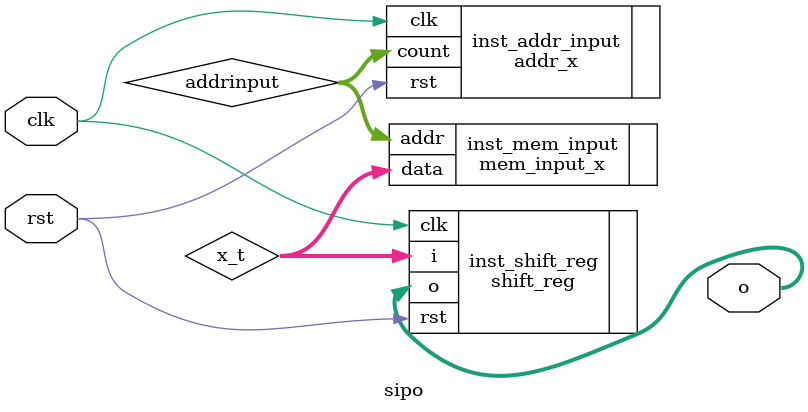
<source format=v>


module sipo (clk, rst, o);

parameter WIDTH = 32;
parameter NUM = 69;
parameter NUM_ITERATIONS = 8;

input clk, rst;
output [(NUM-1)*WIDTH-1:0]  o;

wire [WIDTH-1:0] addrinput;
wire [WIDTH-1:0] x_t;



mem_input_x #(
		.WIDTH(WIDTH),
		.NUM(NUM),
		.NUM_ITERATIONS(NUM_ITERATIONS)
	) inst_mem_input (
		.addr (addrinput),
		.data (x_t)
	);

addr_x #(
		.WIDTH(WIDTH),
		.NUM(NUM),
		.NUM_ITERATIONS(NUM_ITERATIONS)
	) inst_addr_input (
		.clk (clk),
		.rst (rst),
		.count (addrinput)
	);

shift_reg #(
		.NUM_ITERATIONS(NUM-1),
		.WIDTH(WIDTH)
	) inst_shift_reg (
		.clk (clk),
		.rst (rst),
		.i   (x_t),
		.o   (o)
	);

endmodule

</source>
